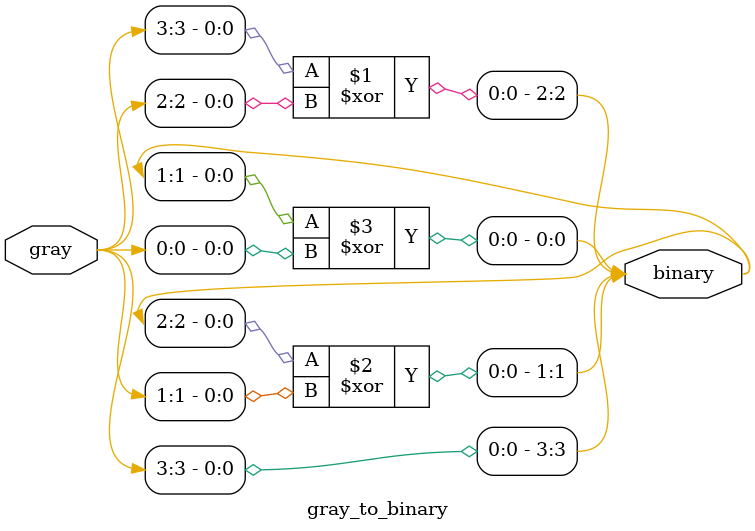
<source format=v>
module gray_to_binary (
    input [3:0] gray,   // 4-bit Gray code input
    output [3:0] binary // 4-bit Binary output
);

    // Conversion logic
    assign binary[3] = gray[3];               // MSB remains the same
    assign binary[2] = gray[3] ^ gray[2];     // XOR for each subsequent bit
    assign binary[1] = binary[2] ^ gray[1];
    assign binary[0] = binary[1] ^ gray[0];

endmodule


</source>
